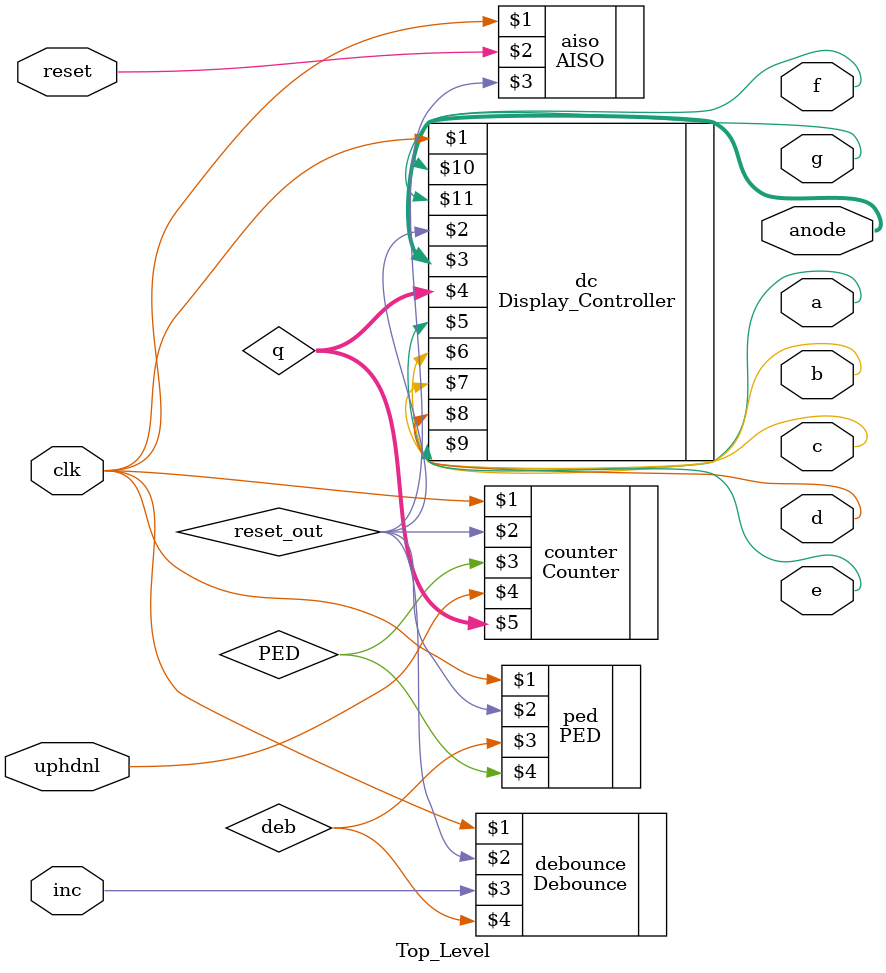
<source format=v>
`timescale 1ns / 1ps
module Top_Level (clk, reset, inc, uphdnl, anode, a, b, c, d, e, f, g);
	 
	 input  clk, reset, inc, uphdnl;
	 
	 output [7:0] anode;
	 output a, b, c, d, e, f, g;
	 
	 wire   [31:0] q;
	 wire   PED;
	 wire   reset_out;
	 wire   deb;
	 

	 Debounce
		debounce(clk, reset_out, inc, deb);
		
	 AISO
		aiso(clk, reset, reset_out);	
		
	 PED 
		ped(clk, reset_out, deb, PED);

	 Counter
		counter(clk, reset_out, PED, uphdnl, q);
	
	 Display_Controller 
		dc(clk, reset_out, anode, q, a, b ,c ,d ,e, f,g);
	
endmodule

</source>
